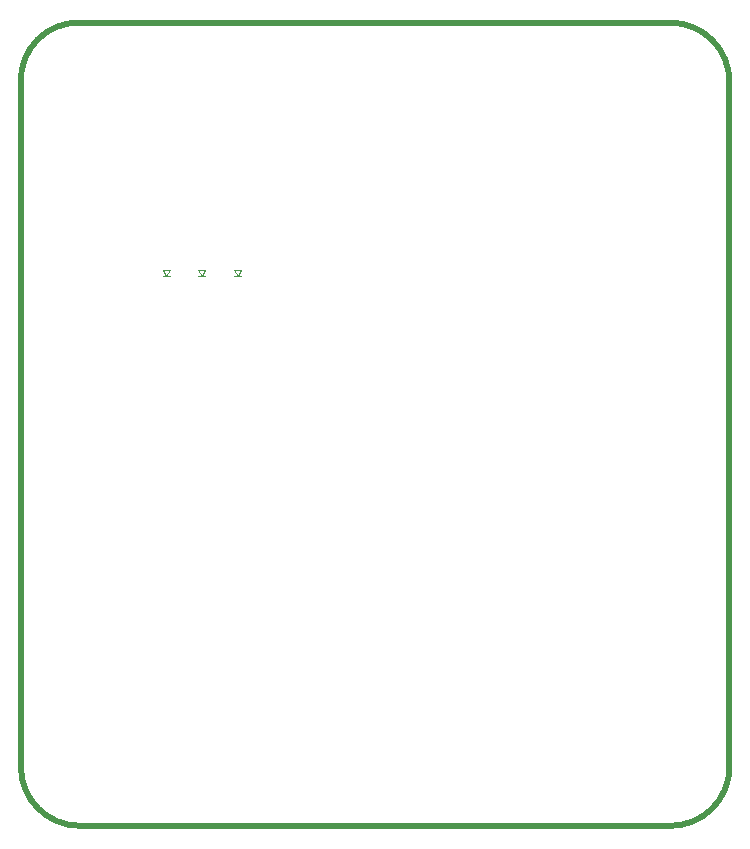
<source format=gm1>
G04*
G04 #@! TF.GenerationSoftware,Altium Limited,Altium Designer,18.1.9 (240)*
G04*
G04 Layer_Color=16711935*
%FSLAX25Y25*%
%MOIN*%
G70*
G01*
G75*
%ADD12C,0.00394*%
%ADD63C,0.01968*%
D12*
X216819Y273819D02*
X219181D01*
X216819Y275787D02*
X218000Y273819D01*
X216819Y275787D02*
X219181D01*
X218000Y273819D02*
X219181Y275787D01*
X204819Y273819D02*
X207181D01*
X204819Y275787D02*
X206000Y273819D01*
X204819Y275787D02*
X207181D01*
X206000Y273819D02*
X207181Y275787D01*
X192913Y273819D02*
X195276D01*
X192913Y275787D02*
X194095Y273819D01*
X192913Y275787D02*
X195276D01*
X194095Y273819D02*
X195276Y275787D01*
D63*
X145669Y110236D02*
G03*
X165354Y90551I19707J22D01*
G01*
X362205D02*
G03*
X381890Y110236I2J19683D01*
G01*
X381890Y338583D02*
G03*
X362205Y358268I-19684J1D01*
G01*
X165354Y358268D02*
G03*
X145669Y338583I-522J-19163D01*
G01*
Y110236D02*
Y338583D01*
X165354Y90551D02*
X362205D01*
X381890Y110236D02*
Y338583D01*
X165354Y358268D02*
X362205Y358268D01*
M02*

</source>
